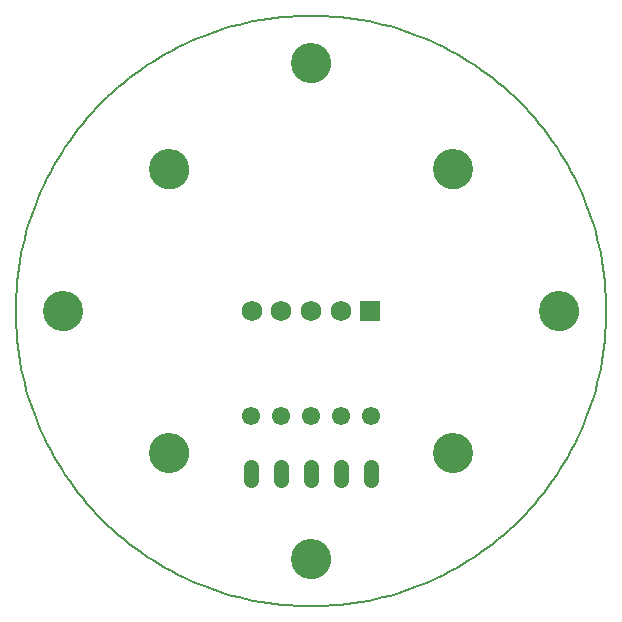
<source format=gbs>
G75*
%MOIN*%
%OFA0B0*%
%FSLAX25Y25*%
%IPPOS*%
%LPD*%
%AMOC8*
5,1,8,0,0,1.08239X$1,22.5*
%
%ADD10C,0.00600*%
%ADD11C,0.00000*%
%ADD12C,0.13398*%
%ADD13R,0.06800X0.06800*%
%ADD14C,0.06800*%
%ADD15C,0.05162*%
%ADD16C,0.06115*%
D10*
X0001300Y0099725D02*
X0001330Y0102140D01*
X0001419Y0104554D01*
X0001567Y0106966D01*
X0001774Y0109372D01*
X0002040Y0111773D01*
X0002365Y0114167D01*
X0002749Y0116552D01*
X0003191Y0118927D01*
X0003692Y0121290D01*
X0004250Y0123640D01*
X0004865Y0125976D01*
X0005538Y0128296D01*
X0006268Y0130599D01*
X0007054Y0132883D01*
X0007895Y0135148D01*
X0008792Y0137391D01*
X0009744Y0139611D01*
X0010750Y0141807D01*
X0011809Y0143978D01*
X0012922Y0146122D01*
X0014087Y0148239D01*
X0015303Y0150326D01*
X0016570Y0152382D01*
X0017888Y0154407D01*
X0019254Y0156399D01*
X0020669Y0158357D01*
X0022132Y0160279D01*
X0023641Y0162165D01*
X0025197Y0164014D01*
X0026797Y0165823D01*
X0028441Y0167593D01*
X0030128Y0169322D01*
X0031857Y0171009D01*
X0033627Y0172653D01*
X0035436Y0174253D01*
X0037285Y0175809D01*
X0039171Y0177318D01*
X0041093Y0178781D01*
X0043051Y0180196D01*
X0045043Y0181562D01*
X0047068Y0182880D01*
X0049124Y0184147D01*
X0051211Y0185363D01*
X0053328Y0186528D01*
X0055472Y0187641D01*
X0057643Y0188700D01*
X0059839Y0189706D01*
X0062059Y0190658D01*
X0064302Y0191555D01*
X0066567Y0192396D01*
X0068851Y0193182D01*
X0071154Y0193912D01*
X0073474Y0194585D01*
X0075810Y0195200D01*
X0078160Y0195758D01*
X0080523Y0196259D01*
X0082898Y0196701D01*
X0085283Y0197085D01*
X0087677Y0197410D01*
X0090078Y0197676D01*
X0092484Y0197883D01*
X0094896Y0198031D01*
X0097310Y0198120D01*
X0099725Y0198150D01*
X0102140Y0198120D01*
X0104554Y0198031D01*
X0106966Y0197883D01*
X0109372Y0197676D01*
X0111773Y0197410D01*
X0114167Y0197085D01*
X0116552Y0196701D01*
X0118927Y0196259D01*
X0121290Y0195758D01*
X0123640Y0195200D01*
X0125976Y0194585D01*
X0128296Y0193912D01*
X0130599Y0193182D01*
X0132883Y0192396D01*
X0135148Y0191555D01*
X0137391Y0190658D01*
X0139611Y0189706D01*
X0141807Y0188700D01*
X0143978Y0187641D01*
X0146122Y0186528D01*
X0148239Y0185363D01*
X0150326Y0184147D01*
X0152382Y0182880D01*
X0154407Y0181562D01*
X0156399Y0180196D01*
X0158357Y0178781D01*
X0160279Y0177318D01*
X0162165Y0175809D01*
X0164014Y0174253D01*
X0165823Y0172653D01*
X0167593Y0171009D01*
X0169322Y0169322D01*
X0171009Y0167593D01*
X0172653Y0165823D01*
X0174253Y0164014D01*
X0175809Y0162165D01*
X0177318Y0160279D01*
X0178781Y0158357D01*
X0180196Y0156399D01*
X0181562Y0154407D01*
X0182880Y0152382D01*
X0184147Y0150326D01*
X0185363Y0148239D01*
X0186528Y0146122D01*
X0187641Y0143978D01*
X0188700Y0141807D01*
X0189706Y0139611D01*
X0190658Y0137391D01*
X0191555Y0135148D01*
X0192396Y0132883D01*
X0193182Y0130599D01*
X0193912Y0128296D01*
X0194585Y0125976D01*
X0195200Y0123640D01*
X0195758Y0121290D01*
X0196259Y0118927D01*
X0196701Y0116552D01*
X0197085Y0114167D01*
X0197410Y0111773D01*
X0197676Y0109372D01*
X0197883Y0106966D01*
X0198031Y0104554D01*
X0198120Y0102140D01*
X0198150Y0099725D01*
X0198120Y0097310D01*
X0198031Y0094896D01*
X0197883Y0092484D01*
X0197676Y0090078D01*
X0197410Y0087677D01*
X0197085Y0085283D01*
X0196701Y0082898D01*
X0196259Y0080523D01*
X0195758Y0078160D01*
X0195200Y0075810D01*
X0194585Y0073474D01*
X0193912Y0071154D01*
X0193182Y0068851D01*
X0192396Y0066567D01*
X0191555Y0064302D01*
X0190658Y0062059D01*
X0189706Y0059839D01*
X0188700Y0057643D01*
X0187641Y0055472D01*
X0186528Y0053328D01*
X0185363Y0051211D01*
X0184147Y0049124D01*
X0182880Y0047068D01*
X0181562Y0045043D01*
X0180196Y0043051D01*
X0178781Y0041093D01*
X0177318Y0039171D01*
X0175809Y0037285D01*
X0174253Y0035436D01*
X0172653Y0033627D01*
X0171009Y0031857D01*
X0169322Y0030128D01*
X0167593Y0028441D01*
X0165823Y0026797D01*
X0164014Y0025197D01*
X0162165Y0023641D01*
X0160279Y0022132D01*
X0158357Y0020669D01*
X0156399Y0019254D01*
X0154407Y0017888D01*
X0152382Y0016570D01*
X0150326Y0015303D01*
X0148239Y0014087D01*
X0146122Y0012922D01*
X0143978Y0011809D01*
X0141807Y0010750D01*
X0139611Y0009744D01*
X0137391Y0008792D01*
X0135148Y0007895D01*
X0132883Y0007054D01*
X0130599Y0006268D01*
X0128296Y0005538D01*
X0125976Y0004865D01*
X0123640Y0004250D01*
X0121290Y0003692D01*
X0118927Y0003191D01*
X0116552Y0002749D01*
X0114167Y0002365D01*
X0111773Y0002040D01*
X0109372Y0001774D01*
X0106966Y0001567D01*
X0104554Y0001419D01*
X0102140Y0001330D01*
X0099725Y0001300D01*
X0097310Y0001330D01*
X0094896Y0001419D01*
X0092484Y0001567D01*
X0090078Y0001774D01*
X0087677Y0002040D01*
X0085283Y0002365D01*
X0082898Y0002749D01*
X0080523Y0003191D01*
X0078160Y0003692D01*
X0075810Y0004250D01*
X0073474Y0004865D01*
X0071154Y0005538D01*
X0068851Y0006268D01*
X0066567Y0007054D01*
X0064302Y0007895D01*
X0062059Y0008792D01*
X0059839Y0009744D01*
X0057643Y0010750D01*
X0055472Y0011809D01*
X0053328Y0012922D01*
X0051211Y0014087D01*
X0049124Y0015303D01*
X0047068Y0016570D01*
X0045043Y0017888D01*
X0043051Y0019254D01*
X0041093Y0020669D01*
X0039171Y0022132D01*
X0037285Y0023641D01*
X0035436Y0025197D01*
X0033627Y0026797D01*
X0031857Y0028441D01*
X0030128Y0030128D01*
X0028441Y0031857D01*
X0026797Y0033627D01*
X0025197Y0035436D01*
X0023641Y0037285D01*
X0022132Y0039171D01*
X0020669Y0041093D01*
X0019254Y0043051D01*
X0017888Y0045043D01*
X0016570Y0047068D01*
X0015303Y0049124D01*
X0014087Y0051211D01*
X0012922Y0053328D01*
X0011809Y0055472D01*
X0010750Y0057643D01*
X0009744Y0059839D01*
X0008792Y0062059D01*
X0007895Y0064302D01*
X0007054Y0066567D01*
X0006268Y0068851D01*
X0005538Y0071154D01*
X0004865Y0073474D01*
X0004250Y0075810D01*
X0003692Y0078160D01*
X0003191Y0080523D01*
X0002749Y0082898D01*
X0002365Y0085283D01*
X0002040Y0087677D01*
X0001774Y0090078D01*
X0001567Y0092484D01*
X0001419Y0094896D01*
X0001330Y0097310D01*
X0001300Y0099725D01*
D11*
X0010749Y0099725D02*
X0010751Y0099883D01*
X0010757Y0100041D01*
X0010767Y0100199D01*
X0010781Y0100357D01*
X0010799Y0100514D01*
X0010820Y0100671D01*
X0010846Y0100827D01*
X0010876Y0100983D01*
X0010909Y0101138D01*
X0010947Y0101291D01*
X0010988Y0101444D01*
X0011033Y0101596D01*
X0011082Y0101747D01*
X0011135Y0101896D01*
X0011191Y0102044D01*
X0011251Y0102190D01*
X0011315Y0102335D01*
X0011383Y0102478D01*
X0011454Y0102620D01*
X0011528Y0102760D01*
X0011606Y0102897D01*
X0011688Y0103033D01*
X0011772Y0103167D01*
X0011861Y0103298D01*
X0011952Y0103427D01*
X0012047Y0103554D01*
X0012144Y0103679D01*
X0012245Y0103801D01*
X0012349Y0103920D01*
X0012456Y0104037D01*
X0012566Y0104151D01*
X0012679Y0104262D01*
X0012794Y0104371D01*
X0012912Y0104476D01*
X0013033Y0104578D01*
X0013156Y0104678D01*
X0013282Y0104774D01*
X0013410Y0104867D01*
X0013540Y0104957D01*
X0013673Y0105043D01*
X0013808Y0105127D01*
X0013944Y0105206D01*
X0014083Y0105283D01*
X0014224Y0105355D01*
X0014366Y0105425D01*
X0014510Y0105490D01*
X0014656Y0105552D01*
X0014803Y0105610D01*
X0014952Y0105665D01*
X0015102Y0105716D01*
X0015253Y0105763D01*
X0015405Y0105806D01*
X0015558Y0105845D01*
X0015713Y0105881D01*
X0015868Y0105912D01*
X0016024Y0105940D01*
X0016180Y0105964D01*
X0016337Y0105984D01*
X0016495Y0106000D01*
X0016652Y0106012D01*
X0016811Y0106020D01*
X0016969Y0106024D01*
X0017127Y0106024D01*
X0017285Y0106020D01*
X0017444Y0106012D01*
X0017601Y0106000D01*
X0017759Y0105984D01*
X0017916Y0105964D01*
X0018072Y0105940D01*
X0018228Y0105912D01*
X0018383Y0105881D01*
X0018538Y0105845D01*
X0018691Y0105806D01*
X0018843Y0105763D01*
X0018994Y0105716D01*
X0019144Y0105665D01*
X0019293Y0105610D01*
X0019440Y0105552D01*
X0019586Y0105490D01*
X0019730Y0105425D01*
X0019872Y0105355D01*
X0020013Y0105283D01*
X0020152Y0105206D01*
X0020288Y0105127D01*
X0020423Y0105043D01*
X0020556Y0104957D01*
X0020686Y0104867D01*
X0020814Y0104774D01*
X0020940Y0104678D01*
X0021063Y0104578D01*
X0021184Y0104476D01*
X0021302Y0104371D01*
X0021417Y0104262D01*
X0021530Y0104151D01*
X0021640Y0104037D01*
X0021747Y0103920D01*
X0021851Y0103801D01*
X0021952Y0103679D01*
X0022049Y0103554D01*
X0022144Y0103427D01*
X0022235Y0103298D01*
X0022324Y0103167D01*
X0022408Y0103033D01*
X0022490Y0102897D01*
X0022568Y0102760D01*
X0022642Y0102620D01*
X0022713Y0102478D01*
X0022781Y0102335D01*
X0022845Y0102190D01*
X0022905Y0102044D01*
X0022961Y0101896D01*
X0023014Y0101747D01*
X0023063Y0101596D01*
X0023108Y0101444D01*
X0023149Y0101291D01*
X0023187Y0101138D01*
X0023220Y0100983D01*
X0023250Y0100827D01*
X0023276Y0100671D01*
X0023297Y0100514D01*
X0023315Y0100357D01*
X0023329Y0100199D01*
X0023339Y0100041D01*
X0023345Y0099883D01*
X0023347Y0099725D01*
X0023345Y0099567D01*
X0023339Y0099409D01*
X0023329Y0099251D01*
X0023315Y0099093D01*
X0023297Y0098936D01*
X0023276Y0098779D01*
X0023250Y0098623D01*
X0023220Y0098467D01*
X0023187Y0098312D01*
X0023149Y0098159D01*
X0023108Y0098006D01*
X0023063Y0097854D01*
X0023014Y0097703D01*
X0022961Y0097554D01*
X0022905Y0097406D01*
X0022845Y0097260D01*
X0022781Y0097115D01*
X0022713Y0096972D01*
X0022642Y0096830D01*
X0022568Y0096690D01*
X0022490Y0096553D01*
X0022408Y0096417D01*
X0022324Y0096283D01*
X0022235Y0096152D01*
X0022144Y0096023D01*
X0022049Y0095896D01*
X0021952Y0095771D01*
X0021851Y0095649D01*
X0021747Y0095530D01*
X0021640Y0095413D01*
X0021530Y0095299D01*
X0021417Y0095188D01*
X0021302Y0095079D01*
X0021184Y0094974D01*
X0021063Y0094872D01*
X0020940Y0094772D01*
X0020814Y0094676D01*
X0020686Y0094583D01*
X0020556Y0094493D01*
X0020423Y0094407D01*
X0020288Y0094323D01*
X0020152Y0094244D01*
X0020013Y0094167D01*
X0019872Y0094095D01*
X0019730Y0094025D01*
X0019586Y0093960D01*
X0019440Y0093898D01*
X0019293Y0093840D01*
X0019144Y0093785D01*
X0018994Y0093734D01*
X0018843Y0093687D01*
X0018691Y0093644D01*
X0018538Y0093605D01*
X0018383Y0093569D01*
X0018228Y0093538D01*
X0018072Y0093510D01*
X0017916Y0093486D01*
X0017759Y0093466D01*
X0017601Y0093450D01*
X0017444Y0093438D01*
X0017285Y0093430D01*
X0017127Y0093426D01*
X0016969Y0093426D01*
X0016811Y0093430D01*
X0016652Y0093438D01*
X0016495Y0093450D01*
X0016337Y0093466D01*
X0016180Y0093486D01*
X0016024Y0093510D01*
X0015868Y0093538D01*
X0015713Y0093569D01*
X0015558Y0093605D01*
X0015405Y0093644D01*
X0015253Y0093687D01*
X0015102Y0093734D01*
X0014952Y0093785D01*
X0014803Y0093840D01*
X0014656Y0093898D01*
X0014510Y0093960D01*
X0014366Y0094025D01*
X0014224Y0094095D01*
X0014083Y0094167D01*
X0013944Y0094244D01*
X0013808Y0094323D01*
X0013673Y0094407D01*
X0013540Y0094493D01*
X0013410Y0094583D01*
X0013282Y0094676D01*
X0013156Y0094772D01*
X0013033Y0094872D01*
X0012912Y0094974D01*
X0012794Y0095079D01*
X0012679Y0095188D01*
X0012566Y0095299D01*
X0012456Y0095413D01*
X0012349Y0095530D01*
X0012245Y0095649D01*
X0012144Y0095771D01*
X0012047Y0095896D01*
X0011952Y0096023D01*
X0011861Y0096152D01*
X0011772Y0096283D01*
X0011688Y0096417D01*
X0011606Y0096553D01*
X0011528Y0096690D01*
X0011454Y0096830D01*
X0011383Y0096972D01*
X0011315Y0097115D01*
X0011251Y0097260D01*
X0011191Y0097406D01*
X0011135Y0097554D01*
X0011082Y0097703D01*
X0011033Y0097854D01*
X0010988Y0098006D01*
X0010947Y0098159D01*
X0010909Y0098312D01*
X0010876Y0098467D01*
X0010846Y0098623D01*
X0010820Y0098779D01*
X0010799Y0098936D01*
X0010781Y0099093D01*
X0010767Y0099251D01*
X0010757Y0099409D01*
X0010751Y0099567D01*
X0010749Y0099725D01*
X0046182Y0052481D02*
X0046184Y0052639D01*
X0046190Y0052797D01*
X0046200Y0052955D01*
X0046214Y0053113D01*
X0046232Y0053270D01*
X0046253Y0053427D01*
X0046279Y0053583D01*
X0046309Y0053739D01*
X0046342Y0053894D01*
X0046380Y0054047D01*
X0046421Y0054200D01*
X0046466Y0054352D01*
X0046515Y0054503D01*
X0046568Y0054652D01*
X0046624Y0054800D01*
X0046684Y0054946D01*
X0046748Y0055091D01*
X0046816Y0055234D01*
X0046887Y0055376D01*
X0046961Y0055516D01*
X0047039Y0055653D01*
X0047121Y0055789D01*
X0047205Y0055923D01*
X0047294Y0056054D01*
X0047385Y0056183D01*
X0047480Y0056310D01*
X0047577Y0056435D01*
X0047678Y0056557D01*
X0047782Y0056676D01*
X0047889Y0056793D01*
X0047999Y0056907D01*
X0048112Y0057018D01*
X0048227Y0057127D01*
X0048345Y0057232D01*
X0048466Y0057334D01*
X0048589Y0057434D01*
X0048715Y0057530D01*
X0048843Y0057623D01*
X0048973Y0057713D01*
X0049106Y0057799D01*
X0049241Y0057883D01*
X0049377Y0057962D01*
X0049516Y0058039D01*
X0049657Y0058111D01*
X0049799Y0058181D01*
X0049943Y0058246D01*
X0050089Y0058308D01*
X0050236Y0058366D01*
X0050385Y0058421D01*
X0050535Y0058472D01*
X0050686Y0058519D01*
X0050838Y0058562D01*
X0050991Y0058601D01*
X0051146Y0058637D01*
X0051301Y0058668D01*
X0051457Y0058696D01*
X0051613Y0058720D01*
X0051770Y0058740D01*
X0051928Y0058756D01*
X0052085Y0058768D01*
X0052244Y0058776D01*
X0052402Y0058780D01*
X0052560Y0058780D01*
X0052718Y0058776D01*
X0052877Y0058768D01*
X0053034Y0058756D01*
X0053192Y0058740D01*
X0053349Y0058720D01*
X0053505Y0058696D01*
X0053661Y0058668D01*
X0053816Y0058637D01*
X0053971Y0058601D01*
X0054124Y0058562D01*
X0054276Y0058519D01*
X0054427Y0058472D01*
X0054577Y0058421D01*
X0054726Y0058366D01*
X0054873Y0058308D01*
X0055019Y0058246D01*
X0055163Y0058181D01*
X0055305Y0058111D01*
X0055446Y0058039D01*
X0055585Y0057962D01*
X0055721Y0057883D01*
X0055856Y0057799D01*
X0055989Y0057713D01*
X0056119Y0057623D01*
X0056247Y0057530D01*
X0056373Y0057434D01*
X0056496Y0057334D01*
X0056617Y0057232D01*
X0056735Y0057127D01*
X0056850Y0057018D01*
X0056963Y0056907D01*
X0057073Y0056793D01*
X0057180Y0056676D01*
X0057284Y0056557D01*
X0057385Y0056435D01*
X0057482Y0056310D01*
X0057577Y0056183D01*
X0057668Y0056054D01*
X0057757Y0055923D01*
X0057841Y0055789D01*
X0057923Y0055653D01*
X0058001Y0055516D01*
X0058075Y0055376D01*
X0058146Y0055234D01*
X0058214Y0055091D01*
X0058278Y0054946D01*
X0058338Y0054800D01*
X0058394Y0054652D01*
X0058447Y0054503D01*
X0058496Y0054352D01*
X0058541Y0054200D01*
X0058582Y0054047D01*
X0058620Y0053894D01*
X0058653Y0053739D01*
X0058683Y0053583D01*
X0058709Y0053427D01*
X0058730Y0053270D01*
X0058748Y0053113D01*
X0058762Y0052955D01*
X0058772Y0052797D01*
X0058778Y0052639D01*
X0058780Y0052481D01*
X0058778Y0052323D01*
X0058772Y0052165D01*
X0058762Y0052007D01*
X0058748Y0051849D01*
X0058730Y0051692D01*
X0058709Y0051535D01*
X0058683Y0051379D01*
X0058653Y0051223D01*
X0058620Y0051068D01*
X0058582Y0050915D01*
X0058541Y0050762D01*
X0058496Y0050610D01*
X0058447Y0050459D01*
X0058394Y0050310D01*
X0058338Y0050162D01*
X0058278Y0050016D01*
X0058214Y0049871D01*
X0058146Y0049728D01*
X0058075Y0049586D01*
X0058001Y0049446D01*
X0057923Y0049309D01*
X0057841Y0049173D01*
X0057757Y0049039D01*
X0057668Y0048908D01*
X0057577Y0048779D01*
X0057482Y0048652D01*
X0057385Y0048527D01*
X0057284Y0048405D01*
X0057180Y0048286D01*
X0057073Y0048169D01*
X0056963Y0048055D01*
X0056850Y0047944D01*
X0056735Y0047835D01*
X0056617Y0047730D01*
X0056496Y0047628D01*
X0056373Y0047528D01*
X0056247Y0047432D01*
X0056119Y0047339D01*
X0055989Y0047249D01*
X0055856Y0047163D01*
X0055721Y0047079D01*
X0055585Y0047000D01*
X0055446Y0046923D01*
X0055305Y0046851D01*
X0055163Y0046781D01*
X0055019Y0046716D01*
X0054873Y0046654D01*
X0054726Y0046596D01*
X0054577Y0046541D01*
X0054427Y0046490D01*
X0054276Y0046443D01*
X0054124Y0046400D01*
X0053971Y0046361D01*
X0053816Y0046325D01*
X0053661Y0046294D01*
X0053505Y0046266D01*
X0053349Y0046242D01*
X0053192Y0046222D01*
X0053034Y0046206D01*
X0052877Y0046194D01*
X0052718Y0046186D01*
X0052560Y0046182D01*
X0052402Y0046182D01*
X0052244Y0046186D01*
X0052085Y0046194D01*
X0051928Y0046206D01*
X0051770Y0046222D01*
X0051613Y0046242D01*
X0051457Y0046266D01*
X0051301Y0046294D01*
X0051146Y0046325D01*
X0050991Y0046361D01*
X0050838Y0046400D01*
X0050686Y0046443D01*
X0050535Y0046490D01*
X0050385Y0046541D01*
X0050236Y0046596D01*
X0050089Y0046654D01*
X0049943Y0046716D01*
X0049799Y0046781D01*
X0049657Y0046851D01*
X0049516Y0046923D01*
X0049377Y0047000D01*
X0049241Y0047079D01*
X0049106Y0047163D01*
X0048973Y0047249D01*
X0048843Y0047339D01*
X0048715Y0047432D01*
X0048589Y0047528D01*
X0048466Y0047628D01*
X0048345Y0047730D01*
X0048227Y0047835D01*
X0048112Y0047944D01*
X0047999Y0048055D01*
X0047889Y0048169D01*
X0047782Y0048286D01*
X0047678Y0048405D01*
X0047577Y0048527D01*
X0047480Y0048652D01*
X0047385Y0048779D01*
X0047294Y0048908D01*
X0047205Y0049039D01*
X0047121Y0049173D01*
X0047039Y0049309D01*
X0046961Y0049446D01*
X0046887Y0049586D01*
X0046816Y0049728D01*
X0046748Y0049871D01*
X0046684Y0050016D01*
X0046624Y0050162D01*
X0046568Y0050310D01*
X0046515Y0050459D01*
X0046466Y0050610D01*
X0046421Y0050762D01*
X0046380Y0050915D01*
X0046342Y0051068D01*
X0046309Y0051223D01*
X0046279Y0051379D01*
X0046253Y0051535D01*
X0046232Y0051692D01*
X0046214Y0051849D01*
X0046200Y0052007D01*
X0046190Y0052165D01*
X0046184Y0052323D01*
X0046182Y0052481D01*
X0093426Y0017048D02*
X0093428Y0017206D01*
X0093434Y0017364D01*
X0093444Y0017522D01*
X0093458Y0017680D01*
X0093476Y0017837D01*
X0093497Y0017994D01*
X0093523Y0018150D01*
X0093553Y0018306D01*
X0093586Y0018461D01*
X0093624Y0018614D01*
X0093665Y0018767D01*
X0093710Y0018919D01*
X0093759Y0019070D01*
X0093812Y0019219D01*
X0093868Y0019367D01*
X0093928Y0019513D01*
X0093992Y0019658D01*
X0094060Y0019801D01*
X0094131Y0019943D01*
X0094205Y0020083D01*
X0094283Y0020220D01*
X0094365Y0020356D01*
X0094449Y0020490D01*
X0094538Y0020621D01*
X0094629Y0020750D01*
X0094724Y0020877D01*
X0094821Y0021002D01*
X0094922Y0021124D01*
X0095026Y0021243D01*
X0095133Y0021360D01*
X0095243Y0021474D01*
X0095356Y0021585D01*
X0095471Y0021694D01*
X0095589Y0021799D01*
X0095710Y0021901D01*
X0095833Y0022001D01*
X0095959Y0022097D01*
X0096087Y0022190D01*
X0096217Y0022280D01*
X0096350Y0022366D01*
X0096485Y0022450D01*
X0096621Y0022529D01*
X0096760Y0022606D01*
X0096901Y0022678D01*
X0097043Y0022748D01*
X0097187Y0022813D01*
X0097333Y0022875D01*
X0097480Y0022933D01*
X0097629Y0022988D01*
X0097779Y0023039D01*
X0097930Y0023086D01*
X0098082Y0023129D01*
X0098235Y0023168D01*
X0098390Y0023204D01*
X0098545Y0023235D01*
X0098701Y0023263D01*
X0098857Y0023287D01*
X0099014Y0023307D01*
X0099172Y0023323D01*
X0099329Y0023335D01*
X0099488Y0023343D01*
X0099646Y0023347D01*
X0099804Y0023347D01*
X0099962Y0023343D01*
X0100121Y0023335D01*
X0100278Y0023323D01*
X0100436Y0023307D01*
X0100593Y0023287D01*
X0100749Y0023263D01*
X0100905Y0023235D01*
X0101060Y0023204D01*
X0101215Y0023168D01*
X0101368Y0023129D01*
X0101520Y0023086D01*
X0101671Y0023039D01*
X0101821Y0022988D01*
X0101970Y0022933D01*
X0102117Y0022875D01*
X0102263Y0022813D01*
X0102407Y0022748D01*
X0102549Y0022678D01*
X0102690Y0022606D01*
X0102829Y0022529D01*
X0102965Y0022450D01*
X0103100Y0022366D01*
X0103233Y0022280D01*
X0103363Y0022190D01*
X0103491Y0022097D01*
X0103617Y0022001D01*
X0103740Y0021901D01*
X0103861Y0021799D01*
X0103979Y0021694D01*
X0104094Y0021585D01*
X0104207Y0021474D01*
X0104317Y0021360D01*
X0104424Y0021243D01*
X0104528Y0021124D01*
X0104629Y0021002D01*
X0104726Y0020877D01*
X0104821Y0020750D01*
X0104912Y0020621D01*
X0105001Y0020490D01*
X0105085Y0020356D01*
X0105167Y0020220D01*
X0105245Y0020083D01*
X0105319Y0019943D01*
X0105390Y0019801D01*
X0105458Y0019658D01*
X0105522Y0019513D01*
X0105582Y0019367D01*
X0105638Y0019219D01*
X0105691Y0019070D01*
X0105740Y0018919D01*
X0105785Y0018767D01*
X0105826Y0018614D01*
X0105864Y0018461D01*
X0105897Y0018306D01*
X0105927Y0018150D01*
X0105953Y0017994D01*
X0105974Y0017837D01*
X0105992Y0017680D01*
X0106006Y0017522D01*
X0106016Y0017364D01*
X0106022Y0017206D01*
X0106024Y0017048D01*
X0106022Y0016890D01*
X0106016Y0016732D01*
X0106006Y0016574D01*
X0105992Y0016416D01*
X0105974Y0016259D01*
X0105953Y0016102D01*
X0105927Y0015946D01*
X0105897Y0015790D01*
X0105864Y0015635D01*
X0105826Y0015482D01*
X0105785Y0015329D01*
X0105740Y0015177D01*
X0105691Y0015026D01*
X0105638Y0014877D01*
X0105582Y0014729D01*
X0105522Y0014583D01*
X0105458Y0014438D01*
X0105390Y0014295D01*
X0105319Y0014153D01*
X0105245Y0014013D01*
X0105167Y0013876D01*
X0105085Y0013740D01*
X0105001Y0013606D01*
X0104912Y0013475D01*
X0104821Y0013346D01*
X0104726Y0013219D01*
X0104629Y0013094D01*
X0104528Y0012972D01*
X0104424Y0012853D01*
X0104317Y0012736D01*
X0104207Y0012622D01*
X0104094Y0012511D01*
X0103979Y0012402D01*
X0103861Y0012297D01*
X0103740Y0012195D01*
X0103617Y0012095D01*
X0103491Y0011999D01*
X0103363Y0011906D01*
X0103233Y0011816D01*
X0103100Y0011730D01*
X0102965Y0011646D01*
X0102829Y0011567D01*
X0102690Y0011490D01*
X0102549Y0011418D01*
X0102407Y0011348D01*
X0102263Y0011283D01*
X0102117Y0011221D01*
X0101970Y0011163D01*
X0101821Y0011108D01*
X0101671Y0011057D01*
X0101520Y0011010D01*
X0101368Y0010967D01*
X0101215Y0010928D01*
X0101060Y0010892D01*
X0100905Y0010861D01*
X0100749Y0010833D01*
X0100593Y0010809D01*
X0100436Y0010789D01*
X0100278Y0010773D01*
X0100121Y0010761D01*
X0099962Y0010753D01*
X0099804Y0010749D01*
X0099646Y0010749D01*
X0099488Y0010753D01*
X0099329Y0010761D01*
X0099172Y0010773D01*
X0099014Y0010789D01*
X0098857Y0010809D01*
X0098701Y0010833D01*
X0098545Y0010861D01*
X0098390Y0010892D01*
X0098235Y0010928D01*
X0098082Y0010967D01*
X0097930Y0011010D01*
X0097779Y0011057D01*
X0097629Y0011108D01*
X0097480Y0011163D01*
X0097333Y0011221D01*
X0097187Y0011283D01*
X0097043Y0011348D01*
X0096901Y0011418D01*
X0096760Y0011490D01*
X0096621Y0011567D01*
X0096485Y0011646D01*
X0096350Y0011730D01*
X0096217Y0011816D01*
X0096087Y0011906D01*
X0095959Y0011999D01*
X0095833Y0012095D01*
X0095710Y0012195D01*
X0095589Y0012297D01*
X0095471Y0012402D01*
X0095356Y0012511D01*
X0095243Y0012622D01*
X0095133Y0012736D01*
X0095026Y0012853D01*
X0094922Y0012972D01*
X0094821Y0013094D01*
X0094724Y0013219D01*
X0094629Y0013346D01*
X0094538Y0013475D01*
X0094449Y0013606D01*
X0094365Y0013740D01*
X0094283Y0013876D01*
X0094205Y0014013D01*
X0094131Y0014153D01*
X0094060Y0014295D01*
X0093992Y0014438D01*
X0093928Y0014583D01*
X0093868Y0014729D01*
X0093812Y0014877D01*
X0093759Y0015026D01*
X0093710Y0015177D01*
X0093665Y0015329D01*
X0093624Y0015482D01*
X0093586Y0015635D01*
X0093553Y0015790D01*
X0093523Y0015946D01*
X0093497Y0016102D01*
X0093476Y0016259D01*
X0093458Y0016416D01*
X0093444Y0016574D01*
X0093434Y0016732D01*
X0093428Y0016890D01*
X0093426Y0017048D01*
X0140670Y0052481D02*
X0140672Y0052639D01*
X0140678Y0052797D01*
X0140688Y0052955D01*
X0140702Y0053113D01*
X0140720Y0053270D01*
X0140741Y0053427D01*
X0140767Y0053583D01*
X0140797Y0053739D01*
X0140830Y0053894D01*
X0140868Y0054047D01*
X0140909Y0054200D01*
X0140954Y0054352D01*
X0141003Y0054503D01*
X0141056Y0054652D01*
X0141112Y0054800D01*
X0141172Y0054946D01*
X0141236Y0055091D01*
X0141304Y0055234D01*
X0141375Y0055376D01*
X0141449Y0055516D01*
X0141527Y0055653D01*
X0141609Y0055789D01*
X0141693Y0055923D01*
X0141782Y0056054D01*
X0141873Y0056183D01*
X0141968Y0056310D01*
X0142065Y0056435D01*
X0142166Y0056557D01*
X0142270Y0056676D01*
X0142377Y0056793D01*
X0142487Y0056907D01*
X0142600Y0057018D01*
X0142715Y0057127D01*
X0142833Y0057232D01*
X0142954Y0057334D01*
X0143077Y0057434D01*
X0143203Y0057530D01*
X0143331Y0057623D01*
X0143461Y0057713D01*
X0143594Y0057799D01*
X0143729Y0057883D01*
X0143865Y0057962D01*
X0144004Y0058039D01*
X0144145Y0058111D01*
X0144287Y0058181D01*
X0144431Y0058246D01*
X0144577Y0058308D01*
X0144724Y0058366D01*
X0144873Y0058421D01*
X0145023Y0058472D01*
X0145174Y0058519D01*
X0145326Y0058562D01*
X0145479Y0058601D01*
X0145634Y0058637D01*
X0145789Y0058668D01*
X0145945Y0058696D01*
X0146101Y0058720D01*
X0146258Y0058740D01*
X0146416Y0058756D01*
X0146573Y0058768D01*
X0146732Y0058776D01*
X0146890Y0058780D01*
X0147048Y0058780D01*
X0147206Y0058776D01*
X0147365Y0058768D01*
X0147522Y0058756D01*
X0147680Y0058740D01*
X0147837Y0058720D01*
X0147993Y0058696D01*
X0148149Y0058668D01*
X0148304Y0058637D01*
X0148459Y0058601D01*
X0148612Y0058562D01*
X0148764Y0058519D01*
X0148915Y0058472D01*
X0149065Y0058421D01*
X0149214Y0058366D01*
X0149361Y0058308D01*
X0149507Y0058246D01*
X0149651Y0058181D01*
X0149793Y0058111D01*
X0149934Y0058039D01*
X0150073Y0057962D01*
X0150209Y0057883D01*
X0150344Y0057799D01*
X0150477Y0057713D01*
X0150607Y0057623D01*
X0150735Y0057530D01*
X0150861Y0057434D01*
X0150984Y0057334D01*
X0151105Y0057232D01*
X0151223Y0057127D01*
X0151338Y0057018D01*
X0151451Y0056907D01*
X0151561Y0056793D01*
X0151668Y0056676D01*
X0151772Y0056557D01*
X0151873Y0056435D01*
X0151970Y0056310D01*
X0152065Y0056183D01*
X0152156Y0056054D01*
X0152245Y0055923D01*
X0152329Y0055789D01*
X0152411Y0055653D01*
X0152489Y0055516D01*
X0152563Y0055376D01*
X0152634Y0055234D01*
X0152702Y0055091D01*
X0152766Y0054946D01*
X0152826Y0054800D01*
X0152882Y0054652D01*
X0152935Y0054503D01*
X0152984Y0054352D01*
X0153029Y0054200D01*
X0153070Y0054047D01*
X0153108Y0053894D01*
X0153141Y0053739D01*
X0153171Y0053583D01*
X0153197Y0053427D01*
X0153218Y0053270D01*
X0153236Y0053113D01*
X0153250Y0052955D01*
X0153260Y0052797D01*
X0153266Y0052639D01*
X0153268Y0052481D01*
X0153266Y0052323D01*
X0153260Y0052165D01*
X0153250Y0052007D01*
X0153236Y0051849D01*
X0153218Y0051692D01*
X0153197Y0051535D01*
X0153171Y0051379D01*
X0153141Y0051223D01*
X0153108Y0051068D01*
X0153070Y0050915D01*
X0153029Y0050762D01*
X0152984Y0050610D01*
X0152935Y0050459D01*
X0152882Y0050310D01*
X0152826Y0050162D01*
X0152766Y0050016D01*
X0152702Y0049871D01*
X0152634Y0049728D01*
X0152563Y0049586D01*
X0152489Y0049446D01*
X0152411Y0049309D01*
X0152329Y0049173D01*
X0152245Y0049039D01*
X0152156Y0048908D01*
X0152065Y0048779D01*
X0151970Y0048652D01*
X0151873Y0048527D01*
X0151772Y0048405D01*
X0151668Y0048286D01*
X0151561Y0048169D01*
X0151451Y0048055D01*
X0151338Y0047944D01*
X0151223Y0047835D01*
X0151105Y0047730D01*
X0150984Y0047628D01*
X0150861Y0047528D01*
X0150735Y0047432D01*
X0150607Y0047339D01*
X0150477Y0047249D01*
X0150344Y0047163D01*
X0150209Y0047079D01*
X0150073Y0047000D01*
X0149934Y0046923D01*
X0149793Y0046851D01*
X0149651Y0046781D01*
X0149507Y0046716D01*
X0149361Y0046654D01*
X0149214Y0046596D01*
X0149065Y0046541D01*
X0148915Y0046490D01*
X0148764Y0046443D01*
X0148612Y0046400D01*
X0148459Y0046361D01*
X0148304Y0046325D01*
X0148149Y0046294D01*
X0147993Y0046266D01*
X0147837Y0046242D01*
X0147680Y0046222D01*
X0147522Y0046206D01*
X0147365Y0046194D01*
X0147206Y0046186D01*
X0147048Y0046182D01*
X0146890Y0046182D01*
X0146732Y0046186D01*
X0146573Y0046194D01*
X0146416Y0046206D01*
X0146258Y0046222D01*
X0146101Y0046242D01*
X0145945Y0046266D01*
X0145789Y0046294D01*
X0145634Y0046325D01*
X0145479Y0046361D01*
X0145326Y0046400D01*
X0145174Y0046443D01*
X0145023Y0046490D01*
X0144873Y0046541D01*
X0144724Y0046596D01*
X0144577Y0046654D01*
X0144431Y0046716D01*
X0144287Y0046781D01*
X0144145Y0046851D01*
X0144004Y0046923D01*
X0143865Y0047000D01*
X0143729Y0047079D01*
X0143594Y0047163D01*
X0143461Y0047249D01*
X0143331Y0047339D01*
X0143203Y0047432D01*
X0143077Y0047528D01*
X0142954Y0047628D01*
X0142833Y0047730D01*
X0142715Y0047835D01*
X0142600Y0047944D01*
X0142487Y0048055D01*
X0142377Y0048169D01*
X0142270Y0048286D01*
X0142166Y0048405D01*
X0142065Y0048527D01*
X0141968Y0048652D01*
X0141873Y0048779D01*
X0141782Y0048908D01*
X0141693Y0049039D01*
X0141609Y0049173D01*
X0141527Y0049309D01*
X0141449Y0049446D01*
X0141375Y0049586D01*
X0141304Y0049728D01*
X0141236Y0049871D01*
X0141172Y0050016D01*
X0141112Y0050162D01*
X0141056Y0050310D01*
X0141003Y0050459D01*
X0140954Y0050610D01*
X0140909Y0050762D01*
X0140868Y0050915D01*
X0140830Y0051068D01*
X0140797Y0051223D01*
X0140767Y0051379D01*
X0140741Y0051535D01*
X0140720Y0051692D01*
X0140702Y0051849D01*
X0140688Y0052007D01*
X0140678Y0052165D01*
X0140672Y0052323D01*
X0140670Y0052481D01*
X0176103Y0099725D02*
X0176105Y0099883D01*
X0176111Y0100041D01*
X0176121Y0100199D01*
X0176135Y0100357D01*
X0176153Y0100514D01*
X0176174Y0100671D01*
X0176200Y0100827D01*
X0176230Y0100983D01*
X0176263Y0101138D01*
X0176301Y0101291D01*
X0176342Y0101444D01*
X0176387Y0101596D01*
X0176436Y0101747D01*
X0176489Y0101896D01*
X0176545Y0102044D01*
X0176605Y0102190D01*
X0176669Y0102335D01*
X0176737Y0102478D01*
X0176808Y0102620D01*
X0176882Y0102760D01*
X0176960Y0102897D01*
X0177042Y0103033D01*
X0177126Y0103167D01*
X0177215Y0103298D01*
X0177306Y0103427D01*
X0177401Y0103554D01*
X0177498Y0103679D01*
X0177599Y0103801D01*
X0177703Y0103920D01*
X0177810Y0104037D01*
X0177920Y0104151D01*
X0178033Y0104262D01*
X0178148Y0104371D01*
X0178266Y0104476D01*
X0178387Y0104578D01*
X0178510Y0104678D01*
X0178636Y0104774D01*
X0178764Y0104867D01*
X0178894Y0104957D01*
X0179027Y0105043D01*
X0179162Y0105127D01*
X0179298Y0105206D01*
X0179437Y0105283D01*
X0179578Y0105355D01*
X0179720Y0105425D01*
X0179864Y0105490D01*
X0180010Y0105552D01*
X0180157Y0105610D01*
X0180306Y0105665D01*
X0180456Y0105716D01*
X0180607Y0105763D01*
X0180759Y0105806D01*
X0180912Y0105845D01*
X0181067Y0105881D01*
X0181222Y0105912D01*
X0181378Y0105940D01*
X0181534Y0105964D01*
X0181691Y0105984D01*
X0181849Y0106000D01*
X0182006Y0106012D01*
X0182165Y0106020D01*
X0182323Y0106024D01*
X0182481Y0106024D01*
X0182639Y0106020D01*
X0182798Y0106012D01*
X0182955Y0106000D01*
X0183113Y0105984D01*
X0183270Y0105964D01*
X0183426Y0105940D01*
X0183582Y0105912D01*
X0183737Y0105881D01*
X0183892Y0105845D01*
X0184045Y0105806D01*
X0184197Y0105763D01*
X0184348Y0105716D01*
X0184498Y0105665D01*
X0184647Y0105610D01*
X0184794Y0105552D01*
X0184940Y0105490D01*
X0185084Y0105425D01*
X0185226Y0105355D01*
X0185367Y0105283D01*
X0185506Y0105206D01*
X0185642Y0105127D01*
X0185777Y0105043D01*
X0185910Y0104957D01*
X0186040Y0104867D01*
X0186168Y0104774D01*
X0186294Y0104678D01*
X0186417Y0104578D01*
X0186538Y0104476D01*
X0186656Y0104371D01*
X0186771Y0104262D01*
X0186884Y0104151D01*
X0186994Y0104037D01*
X0187101Y0103920D01*
X0187205Y0103801D01*
X0187306Y0103679D01*
X0187403Y0103554D01*
X0187498Y0103427D01*
X0187589Y0103298D01*
X0187678Y0103167D01*
X0187762Y0103033D01*
X0187844Y0102897D01*
X0187922Y0102760D01*
X0187996Y0102620D01*
X0188067Y0102478D01*
X0188135Y0102335D01*
X0188199Y0102190D01*
X0188259Y0102044D01*
X0188315Y0101896D01*
X0188368Y0101747D01*
X0188417Y0101596D01*
X0188462Y0101444D01*
X0188503Y0101291D01*
X0188541Y0101138D01*
X0188574Y0100983D01*
X0188604Y0100827D01*
X0188630Y0100671D01*
X0188651Y0100514D01*
X0188669Y0100357D01*
X0188683Y0100199D01*
X0188693Y0100041D01*
X0188699Y0099883D01*
X0188701Y0099725D01*
X0188699Y0099567D01*
X0188693Y0099409D01*
X0188683Y0099251D01*
X0188669Y0099093D01*
X0188651Y0098936D01*
X0188630Y0098779D01*
X0188604Y0098623D01*
X0188574Y0098467D01*
X0188541Y0098312D01*
X0188503Y0098159D01*
X0188462Y0098006D01*
X0188417Y0097854D01*
X0188368Y0097703D01*
X0188315Y0097554D01*
X0188259Y0097406D01*
X0188199Y0097260D01*
X0188135Y0097115D01*
X0188067Y0096972D01*
X0187996Y0096830D01*
X0187922Y0096690D01*
X0187844Y0096553D01*
X0187762Y0096417D01*
X0187678Y0096283D01*
X0187589Y0096152D01*
X0187498Y0096023D01*
X0187403Y0095896D01*
X0187306Y0095771D01*
X0187205Y0095649D01*
X0187101Y0095530D01*
X0186994Y0095413D01*
X0186884Y0095299D01*
X0186771Y0095188D01*
X0186656Y0095079D01*
X0186538Y0094974D01*
X0186417Y0094872D01*
X0186294Y0094772D01*
X0186168Y0094676D01*
X0186040Y0094583D01*
X0185910Y0094493D01*
X0185777Y0094407D01*
X0185642Y0094323D01*
X0185506Y0094244D01*
X0185367Y0094167D01*
X0185226Y0094095D01*
X0185084Y0094025D01*
X0184940Y0093960D01*
X0184794Y0093898D01*
X0184647Y0093840D01*
X0184498Y0093785D01*
X0184348Y0093734D01*
X0184197Y0093687D01*
X0184045Y0093644D01*
X0183892Y0093605D01*
X0183737Y0093569D01*
X0183582Y0093538D01*
X0183426Y0093510D01*
X0183270Y0093486D01*
X0183113Y0093466D01*
X0182955Y0093450D01*
X0182798Y0093438D01*
X0182639Y0093430D01*
X0182481Y0093426D01*
X0182323Y0093426D01*
X0182165Y0093430D01*
X0182006Y0093438D01*
X0181849Y0093450D01*
X0181691Y0093466D01*
X0181534Y0093486D01*
X0181378Y0093510D01*
X0181222Y0093538D01*
X0181067Y0093569D01*
X0180912Y0093605D01*
X0180759Y0093644D01*
X0180607Y0093687D01*
X0180456Y0093734D01*
X0180306Y0093785D01*
X0180157Y0093840D01*
X0180010Y0093898D01*
X0179864Y0093960D01*
X0179720Y0094025D01*
X0179578Y0094095D01*
X0179437Y0094167D01*
X0179298Y0094244D01*
X0179162Y0094323D01*
X0179027Y0094407D01*
X0178894Y0094493D01*
X0178764Y0094583D01*
X0178636Y0094676D01*
X0178510Y0094772D01*
X0178387Y0094872D01*
X0178266Y0094974D01*
X0178148Y0095079D01*
X0178033Y0095188D01*
X0177920Y0095299D01*
X0177810Y0095413D01*
X0177703Y0095530D01*
X0177599Y0095649D01*
X0177498Y0095771D01*
X0177401Y0095896D01*
X0177306Y0096023D01*
X0177215Y0096152D01*
X0177126Y0096283D01*
X0177042Y0096417D01*
X0176960Y0096553D01*
X0176882Y0096690D01*
X0176808Y0096830D01*
X0176737Y0096972D01*
X0176669Y0097115D01*
X0176605Y0097260D01*
X0176545Y0097406D01*
X0176489Y0097554D01*
X0176436Y0097703D01*
X0176387Y0097854D01*
X0176342Y0098006D01*
X0176301Y0098159D01*
X0176263Y0098312D01*
X0176230Y0098467D01*
X0176200Y0098623D01*
X0176174Y0098779D01*
X0176153Y0098936D01*
X0176135Y0099093D01*
X0176121Y0099251D01*
X0176111Y0099409D01*
X0176105Y0099567D01*
X0176103Y0099725D01*
X0140670Y0146969D02*
X0140672Y0147127D01*
X0140678Y0147285D01*
X0140688Y0147443D01*
X0140702Y0147601D01*
X0140720Y0147758D01*
X0140741Y0147915D01*
X0140767Y0148071D01*
X0140797Y0148227D01*
X0140830Y0148382D01*
X0140868Y0148535D01*
X0140909Y0148688D01*
X0140954Y0148840D01*
X0141003Y0148991D01*
X0141056Y0149140D01*
X0141112Y0149288D01*
X0141172Y0149434D01*
X0141236Y0149579D01*
X0141304Y0149722D01*
X0141375Y0149864D01*
X0141449Y0150004D01*
X0141527Y0150141D01*
X0141609Y0150277D01*
X0141693Y0150411D01*
X0141782Y0150542D01*
X0141873Y0150671D01*
X0141968Y0150798D01*
X0142065Y0150923D01*
X0142166Y0151045D01*
X0142270Y0151164D01*
X0142377Y0151281D01*
X0142487Y0151395D01*
X0142600Y0151506D01*
X0142715Y0151615D01*
X0142833Y0151720D01*
X0142954Y0151822D01*
X0143077Y0151922D01*
X0143203Y0152018D01*
X0143331Y0152111D01*
X0143461Y0152201D01*
X0143594Y0152287D01*
X0143729Y0152371D01*
X0143865Y0152450D01*
X0144004Y0152527D01*
X0144145Y0152599D01*
X0144287Y0152669D01*
X0144431Y0152734D01*
X0144577Y0152796D01*
X0144724Y0152854D01*
X0144873Y0152909D01*
X0145023Y0152960D01*
X0145174Y0153007D01*
X0145326Y0153050D01*
X0145479Y0153089D01*
X0145634Y0153125D01*
X0145789Y0153156D01*
X0145945Y0153184D01*
X0146101Y0153208D01*
X0146258Y0153228D01*
X0146416Y0153244D01*
X0146573Y0153256D01*
X0146732Y0153264D01*
X0146890Y0153268D01*
X0147048Y0153268D01*
X0147206Y0153264D01*
X0147365Y0153256D01*
X0147522Y0153244D01*
X0147680Y0153228D01*
X0147837Y0153208D01*
X0147993Y0153184D01*
X0148149Y0153156D01*
X0148304Y0153125D01*
X0148459Y0153089D01*
X0148612Y0153050D01*
X0148764Y0153007D01*
X0148915Y0152960D01*
X0149065Y0152909D01*
X0149214Y0152854D01*
X0149361Y0152796D01*
X0149507Y0152734D01*
X0149651Y0152669D01*
X0149793Y0152599D01*
X0149934Y0152527D01*
X0150073Y0152450D01*
X0150209Y0152371D01*
X0150344Y0152287D01*
X0150477Y0152201D01*
X0150607Y0152111D01*
X0150735Y0152018D01*
X0150861Y0151922D01*
X0150984Y0151822D01*
X0151105Y0151720D01*
X0151223Y0151615D01*
X0151338Y0151506D01*
X0151451Y0151395D01*
X0151561Y0151281D01*
X0151668Y0151164D01*
X0151772Y0151045D01*
X0151873Y0150923D01*
X0151970Y0150798D01*
X0152065Y0150671D01*
X0152156Y0150542D01*
X0152245Y0150411D01*
X0152329Y0150277D01*
X0152411Y0150141D01*
X0152489Y0150004D01*
X0152563Y0149864D01*
X0152634Y0149722D01*
X0152702Y0149579D01*
X0152766Y0149434D01*
X0152826Y0149288D01*
X0152882Y0149140D01*
X0152935Y0148991D01*
X0152984Y0148840D01*
X0153029Y0148688D01*
X0153070Y0148535D01*
X0153108Y0148382D01*
X0153141Y0148227D01*
X0153171Y0148071D01*
X0153197Y0147915D01*
X0153218Y0147758D01*
X0153236Y0147601D01*
X0153250Y0147443D01*
X0153260Y0147285D01*
X0153266Y0147127D01*
X0153268Y0146969D01*
X0153266Y0146811D01*
X0153260Y0146653D01*
X0153250Y0146495D01*
X0153236Y0146337D01*
X0153218Y0146180D01*
X0153197Y0146023D01*
X0153171Y0145867D01*
X0153141Y0145711D01*
X0153108Y0145556D01*
X0153070Y0145403D01*
X0153029Y0145250D01*
X0152984Y0145098D01*
X0152935Y0144947D01*
X0152882Y0144798D01*
X0152826Y0144650D01*
X0152766Y0144504D01*
X0152702Y0144359D01*
X0152634Y0144216D01*
X0152563Y0144074D01*
X0152489Y0143934D01*
X0152411Y0143797D01*
X0152329Y0143661D01*
X0152245Y0143527D01*
X0152156Y0143396D01*
X0152065Y0143267D01*
X0151970Y0143140D01*
X0151873Y0143015D01*
X0151772Y0142893D01*
X0151668Y0142774D01*
X0151561Y0142657D01*
X0151451Y0142543D01*
X0151338Y0142432D01*
X0151223Y0142323D01*
X0151105Y0142218D01*
X0150984Y0142116D01*
X0150861Y0142016D01*
X0150735Y0141920D01*
X0150607Y0141827D01*
X0150477Y0141737D01*
X0150344Y0141651D01*
X0150209Y0141567D01*
X0150073Y0141488D01*
X0149934Y0141411D01*
X0149793Y0141339D01*
X0149651Y0141269D01*
X0149507Y0141204D01*
X0149361Y0141142D01*
X0149214Y0141084D01*
X0149065Y0141029D01*
X0148915Y0140978D01*
X0148764Y0140931D01*
X0148612Y0140888D01*
X0148459Y0140849D01*
X0148304Y0140813D01*
X0148149Y0140782D01*
X0147993Y0140754D01*
X0147837Y0140730D01*
X0147680Y0140710D01*
X0147522Y0140694D01*
X0147365Y0140682D01*
X0147206Y0140674D01*
X0147048Y0140670D01*
X0146890Y0140670D01*
X0146732Y0140674D01*
X0146573Y0140682D01*
X0146416Y0140694D01*
X0146258Y0140710D01*
X0146101Y0140730D01*
X0145945Y0140754D01*
X0145789Y0140782D01*
X0145634Y0140813D01*
X0145479Y0140849D01*
X0145326Y0140888D01*
X0145174Y0140931D01*
X0145023Y0140978D01*
X0144873Y0141029D01*
X0144724Y0141084D01*
X0144577Y0141142D01*
X0144431Y0141204D01*
X0144287Y0141269D01*
X0144145Y0141339D01*
X0144004Y0141411D01*
X0143865Y0141488D01*
X0143729Y0141567D01*
X0143594Y0141651D01*
X0143461Y0141737D01*
X0143331Y0141827D01*
X0143203Y0141920D01*
X0143077Y0142016D01*
X0142954Y0142116D01*
X0142833Y0142218D01*
X0142715Y0142323D01*
X0142600Y0142432D01*
X0142487Y0142543D01*
X0142377Y0142657D01*
X0142270Y0142774D01*
X0142166Y0142893D01*
X0142065Y0143015D01*
X0141968Y0143140D01*
X0141873Y0143267D01*
X0141782Y0143396D01*
X0141693Y0143527D01*
X0141609Y0143661D01*
X0141527Y0143797D01*
X0141449Y0143934D01*
X0141375Y0144074D01*
X0141304Y0144216D01*
X0141236Y0144359D01*
X0141172Y0144504D01*
X0141112Y0144650D01*
X0141056Y0144798D01*
X0141003Y0144947D01*
X0140954Y0145098D01*
X0140909Y0145250D01*
X0140868Y0145403D01*
X0140830Y0145556D01*
X0140797Y0145711D01*
X0140767Y0145867D01*
X0140741Y0146023D01*
X0140720Y0146180D01*
X0140702Y0146337D01*
X0140688Y0146495D01*
X0140678Y0146653D01*
X0140672Y0146811D01*
X0140670Y0146969D01*
X0093426Y0182402D02*
X0093428Y0182560D01*
X0093434Y0182718D01*
X0093444Y0182876D01*
X0093458Y0183034D01*
X0093476Y0183191D01*
X0093497Y0183348D01*
X0093523Y0183504D01*
X0093553Y0183660D01*
X0093586Y0183815D01*
X0093624Y0183968D01*
X0093665Y0184121D01*
X0093710Y0184273D01*
X0093759Y0184424D01*
X0093812Y0184573D01*
X0093868Y0184721D01*
X0093928Y0184867D01*
X0093992Y0185012D01*
X0094060Y0185155D01*
X0094131Y0185297D01*
X0094205Y0185437D01*
X0094283Y0185574D01*
X0094365Y0185710D01*
X0094449Y0185844D01*
X0094538Y0185975D01*
X0094629Y0186104D01*
X0094724Y0186231D01*
X0094821Y0186356D01*
X0094922Y0186478D01*
X0095026Y0186597D01*
X0095133Y0186714D01*
X0095243Y0186828D01*
X0095356Y0186939D01*
X0095471Y0187048D01*
X0095589Y0187153D01*
X0095710Y0187255D01*
X0095833Y0187355D01*
X0095959Y0187451D01*
X0096087Y0187544D01*
X0096217Y0187634D01*
X0096350Y0187720D01*
X0096485Y0187804D01*
X0096621Y0187883D01*
X0096760Y0187960D01*
X0096901Y0188032D01*
X0097043Y0188102D01*
X0097187Y0188167D01*
X0097333Y0188229D01*
X0097480Y0188287D01*
X0097629Y0188342D01*
X0097779Y0188393D01*
X0097930Y0188440D01*
X0098082Y0188483D01*
X0098235Y0188522D01*
X0098390Y0188558D01*
X0098545Y0188589D01*
X0098701Y0188617D01*
X0098857Y0188641D01*
X0099014Y0188661D01*
X0099172Y0188677D01*
X0099329Y0188689D01*
X0099488Y0188697D01*
X0099646Y0188701D01*
X0099804Y0188701D01*
X0099962Y0188697D01*
X0100121Y0188689D01*
X0100278Y0188677D01*
X0100436Y0188661D01*
X0100593Y0188641D01*
X0100749Y0188617D01*
X0100905Y0188589D01*
X0101060Y0188558D01*
X0101215Y0188522D01*
X0101368Y0188483D01*
X0101520Y0188440D01*
X0101671Y0188393D01*
X0101821Y0188342D01*
X0101970Y0188287D01*
X0102117Y0188229D01*
X0102263Y0188167D01*
X0102407Y0188102D01*
X0102549Y0188032D01*
X0102690Y0187960D01*
X0102829Y0187883D01*
X0102965Y0187804D01*
X0103100Y0187720D01*
X0103233Y0187634D01*
X0103363Y0187544D01*
X0103491Y0187451D01*
X0103617Y0187355D01*
X0103740Y0187255D01*
X0103861Y0187153D01*
X0103979Y0187048D01*
X0104094Y0186939D01*
X0104207Y0186828D01*
X0104317Y0186714D01*
X0104424Y0186597D01*
X0104528Y0186478D01*
X0104629Y0186356D01*
X0104726Y0186231D01*
X0104821Y0186104D01*
X0104912Y0185975D01*
X0105001Y0185844D01*
X0105085Y0185710D01*
X0105167Y0185574D01*
X0105245Y0185437D01*
X0105319Y0185297D01*
X0105390Y0185155D01*
X0105458Y0185012D01*
X0105522Y0184867D01*
X0105582Y0184721D01*
X0105638Y0184573D01*
X0105691Y0184424D01*
X0105740Y0184273D01*
X0105785Y0184121D01*
X0105826Y0183968D01*
X0105864Y0183815D01*
X0105897Y0183660D01*
X0105927Y0183504D01*
X0105953Y0183348D01*
X0105974Y0183191D01*
X0105992Y0183034D01*
X0106006Y0182876D01*
X0106016Y0182718D01*
X0106022Y0182560D01*
X0106024Y0182402D01*
X0106022Y0182244D01*
X0106016Y0182086D01*
X0106006Y0181928D01*
X0105992Y0181770D01*
X0105974Y0181613D01*
X0105953Y0181456D01*
X0105927Y0181300D01*
X0105897Y0181144D01*
X0105864Y0180989D01*
X0105826Y0180836D01*
X0105785Y0180683D01*
X0105740Y0180531D01*
X0105691Y0180380D01*
X0105638Y0180231D01*
X0105582Y0180083D01*
X0105522Y0179937D01*
X0105458Y0179792D01*
X0105390Y0179649D01*
X0105319Y0179507D01*
X0105245Y0179367D01*
X0105167Y0179230D01*
X0105085Y0179094D01*
X0105001Y0178960D01*
X0104912Y0178829D01*
X0104821Y0178700D01*
X0104726Y0178573D01*
X0104629Y0178448D01*
X0104528Y0178326D01*
X0104424Y0178207D01*
X0104317Y0178090D01*
X0104207Y0177976D01*
X0104094Y0177865D01*
X0103979Y0177756D01*
X0103861Y0177651D01*
X0103740Y0177549D01*
X0103617Y0177449D01*
X0103491Y0177353D01*
X0103363Y0177260D01*
X0103233Y0177170D01*
X0103100Y0177084D01*
X0102965Y0177000D01*
X0102829Y0176921D01*
X0102690Y0176844D01*
X0102549Y0176772D01*
X0102407Y0176702D01*
X0102263Y0176637D01*
X0102117Y0176575D01*
X0101970Y0176517D01*
X0101821Y0176462D01*
X0101671Y0176411D01*
X0101520Y0176364D01*
X0101368Y0176321D01*
X0101215Y0176282D01*
X0101060Y0176246D01*
X0100905Y0176215D01*
X0100749Y0176187D01*
X0100593Y0176163D01*
X0100436Y0176143D01*
X0100278Y0176127D01*
X0100121Y0176115D01*
X0099962Y0176107D01*
X0099804Y0176103D01*
X0099646Y0176103D01*
X0099488Y0176107D01*
X0099329Y0176115D01*
X0099172Y0176127D01*
X0099014Y0176143D01*
X0098857Y0176163D01*
X0098701Y0176187D01*
X0098545Y0176215D01*
X0098390Y0176246D01*
X0098235Y0176282D01*
X0098082Y0176321D01*
X0097930Y0176364D01*
X0097779Y0176411D01*
X0097629Y0176462D01*
X0097480Y0176517D01*
X0097333Y0176575D01*
X0097187Y0176637D01*
X0097043Y0176702D01*
X0096901Y0176772D01*
X0096760Y0176844D01*
X0096621Y0176921D01*
X0096485Y0177000D01*
X0096350Y0177084D01*
X0096217Y0177170D01*
X0096087Y0177260D01*
X0095959Y0177353D01*
X0095833Y0177449D01*
X0095710Y0177549D01*
X0095589Y0177651D01*
X0095471Y0177756D01*
X0095356Y0177865D01*
X0095243Y0177976D01*
X0095133Y0178090D01*
X0095026Y0178207D01*
X0094922Y0178326D01*
X0094821Y0178448D01*
X0094724Y0178573D01*
X0094629Y0178700D01*
X0094538Y0178829D01*
X0094449Y0178960D01*
X0094365Y0179094D01*
X0094283Y0179230D01*
X0094205Y0179367D01*
X0094131Y0179507D01*
X0094060Y0179649D01*
X0093992Y0179792D01*
X0093928Y0179937D01*
X0093868Y0180083D01*
X0093812Y0180231D01*
X0093759Y0180380D01*
X0093710Y0180531D01*
X0093665Y0180683D01*
X0093624Y0180836D01*
X0093586Y0180989D01*
X0093553Y0181144D01*
X0093523Y0181300D01*
X0093497Y0181456D01*
X0093476Y0181613D01*
X0093458Y0181770D01*
X0093444Y0181928D01*
X0093434Y0182086D01*
X0093428Y0182244D01*
X0093426Y0182402D01*
X0046182Y0146969D02*
X0046184Y0147127D01*
X0046190Y0147285D01*
X0046200Y0147443D01*
X0046214Y0147601D01*
X0046232Y0147758D01*
X0046253Y0147915D01*
X0046279Y0148071D01*
X0046309Y0148227D01*
X0046342Y0148382D01*
X0046380Y0148535D01*
X0046421Y0148688D01*
X0046466Y0148840D01*
X0046515Y0148991D01*
X0046568Y0149140D01*
X0046624Y0149288D01*
X0046684Y0149434D01*
X0046748Y0149579D01*
X0046816Y0149722D01*
X0046887Y0149864D01*
X0046961Y0150004D01*
X0047039Y0150141D01*
X0047121Y0150277D01*
X0047205Y0150411D01*
X0047294Y0150542D01*
X0047385Y0150671D01*
X0047480Y0150798D01*
X0047577Y0150923D01*
X0047678Y0151045D01*
X0047782Y0151164D01*
X0047889Y0151281D01*
X0047999Y0151395D01*
X0048112Y0151506D01*
X0048227Y0151615D01*
X0048345Y0151720D01*
X0048466Y0151822D01*
X0048589Y0151922D01*
X0048715Y0152018D01*
X0048843Y0152111D01*
X0048973Y0152201D01*
X0049106Y0152287D01*
X0049241Y0152371D01*
X0049377Y0152450D01*
X0049516Y0152527D01*
X0049657Y0152599D01*
X0049799Y0152669D01*
X0049943Y0152734D01*
X0050089Y0152796D01*
X0050236Y0152854D01*
X0050385Y0152909D01*
X0050535Y0152960D01*
X0050686Y0153007D01*
X0050838Y0153050D01*
X0050991Y0153089D01*
X0051146Y0153125D01*
X0051301Y0153156D01*
X0051457Y0153184D01*
X0051613Y0153208D01*
X0051770Y0153228D01*
X0051928Y0153244D01*
X0052085Y0153256D01*
X0052244Y0153264D01*
X0052402Y0153268D01*
X0052560Y0153268D01*
X0052718Y0153264D01*
X0052877Y0153256D01*
X0053034Y0153244D01*
X0053192Y0153228D01*
X0053349Y0153208D01*
X0053505Y0153184D01*
X0053661Y0153156D01*
X0053816Y0153125D01*
X0053971Y0153089D01*
X0054124Y0153050D01*
X0054276Y0153007D01*
X0054427Y0152960D01*
X0054577Y0152909D01*
X0054726Y0152854D01*
X0054873Y0152796D01*
X0055019Y0152734D01*
X0055163Y0152669D01*
X0055305Y0152599D01*
X0055446Y0152527D01*
X0055585Y0152450D01*
X0055721Y0152371D01*
X0055856Y0152287D01*
X0055989Y0152201D01*
X0056119Y0152111D01*
X0056247Y0152018D01*
X0056373Y0151922D01*
X0056496Y0151822D01*
X0056617Y0151720D01*
X0056735Y0151615D01*
X0056850Y0151506D01*
X0056963Y0151395D01*
X0057073Y0151281D01*
X0057180Y0151164D01*
X0057284Y0151045D01*
X0057385Y0150923D01*
X0057482Y0150798D01*
X0057577Y0150671D01*
X0057668Y0150542D01*
X0057757Y0150411D01*
X0057841Y0150277D01*
X0057923Y0150141D01*
X0058001Y0150004D01*
X0058075Y0149864D01*
X0058146Y0149722D01*
X0058214Y0149579D01*
X0058278Y0149434D01*
X0058338Y0149288D01*
X0058394Y0149140D01*
X0058447Y0148991D01*
X0058496Y0148840D01*
X0058541Y0148688D01*
X0058582Y0148535D01*
X0058620Y0148382D01*
X0058653Y0148227D01*
X0058683Y0148071D01*
X0058709Y0147915D01*
X0058730Y0147758D01*
X0058748Y0147601D01*
X0058762Y0147443D01*
X0058772Y0147285D01*
X0058778Y0147127D01*
X0058780Y0146969D01*
X0058778Y0146811D01*
X0058772Y0146653D01*
X0058762Y0146495D01*
X0058748Y0146337D01*
X0058730Y0146180D01*
X0058709Y0146023D01*
X0058683Y0145867D01*
X0058653Y0145711D01*
X0058620Y0145556D01*
X0058582Y0145403D01*
X0058541Y0145250D01*
X0058496Y0145098D01*
X0058447Y0144947D01*
X0058394Y0144798D01*
X0058338Y0144650D01*
X0058278Y0144504D01*
X0058214Y0144359D01*
X0058146Y0144216D01*
X0058075Y0144074D01*
X0058001Y0143934D01*
X0057923Y0143797D01*
X0057841Y0143661D01*
X0057757Y0143527D01*
X0057668Y0143396D01*
X0057577Y0143267D01*
X0057482Y0143140D01*
X0057385Y0143015D01*
X0057284Y0142893D01*
X0057180Y0142774D01*
X0057073Y0142657D01*
X0056963Y0142543D01*
X0056850Y0142432D01*
X0056735Y0142323D01*
X0056617Y0142218D01*
X0056496Y0142116D01*
X0056373Y0142016D01*
X0056247Y0141920D01*
X0056119Y0141827D01*
X0055989Y0141737D01*
X0055856Y0141651D01*
X0055721Y0141567D01*
X0055585Y0141488D01*
X0055446Y0141411D01*
X0055305Y0141339D01*
X0055163Y0141269D01*
X0055019Y0141204D01*
X0054873Y0141142D01*
X0054726Y0141084D01*
X0054577Y0141029D01*
X0054427Y0140978D01*
X0054276Y0140931D01*
X0054124Y0140888D01*
X0053971Y0140849D01*
X0053816Y0140813D01*
X0053661Y0140782D01*
X0053505Y0140754D01*
X0053349Y0140730D01*
X0053192Y0140710D01*
X0053034Y0140694D01*
X0052877Y0140682D01*
X0052718Y0140674D01*
X0052560Y0140670D01*
X0052402Y0140670D01*
X0052244Y0140674D01*
X0052085Y0140682D01*
X0051928Y0140694D01*
X0051770Y0140710D01*
X0051613Y0140730D01*
X0051457Y0140754D01*
X0051301Y0140782D01*
X0051146Y0140813D01*
X0050991Y0140849D01*
X0050838Y0140888D01*
X0050686Y0140931D01*
X0050535Y0140978D01*
X0050385Y0141029D01*
X0050236Y0141084D01*
X0050089Y0141142D01*
X0049943Y0141204D01*
X0049799Y0141269D01*
X0049657Y0141339D01*
X0049516Y0141411D01*
X0049377Y0141488D01*
X0049241Y0141567D01*
X0049106Y0141651D01*
X0048973Y0141737D01*
X0048843Y0141827D01*
X0048715Y0141920D01*
X0048589Y0142016D01*
X0048466Y0142116D01*
X0048345Y0142218D01*
X0048227Y0142323D01*
X0048112Y0142432D01*
X0047999Y0142543D01*
X0047889Y0142657D01*
X0047782Y0142774D01*
X0047678Y0142893D01*
X0047577Y0143015D01*
X0047480Y0143140D01*
X0047385Y0143267D01*
X0047294Y0143396D01*
X0047205Y0143527D01*
X0047121Y0143661D01*
X0047039Y0143797D01*
X0046961Y0143934D01*
X0046887Y0144074D01*
X0046816Y0144216D01*
X0046748Y0144359D01*
X0046684Y0144504D01*
X0046624Y0144650D01*
X0046568Y0144798D01*
X0046515Y0144947D01*
X0046466Y0145098D01*
X0046421Y0145250D01*
X0046380Y0145403D01*
X0046342Y0145556D01*
X0046309Y0145711D01*
X0046279Y0145867D01*
X0046253Y0146023D01*
X0046232Y0146180D01*
X0046214Y0146337D01*
X0046200Y0146495D01*
X0046190Y0146653D01*
X0046184Y0146811D01*
X0046182Y0146969D01*
D12*
X0052481Y0052481D03*
X0017048Y0099725D03*
X0052481Y0146969D03*
X0099725Y0182402D03*
X0146969Y0146969D03*
X0182402Y0099725D03*
X0146969Y0052481D03*
X0099725Y0017048D03*
D13*
X0119410Y0099725D03*
D14*
X0109568Y0099725D03*
X0099725Y0099725D03*
X0089883Y0099725D03*
X0080040Y0099725D03*
D15*
X0079725Y0047851D02*
X0079725Y0043489D01*
X0089725Y0043489D02*
X0089725Y0047851D01*
X0099725Y0047851D02*
X0099725Y0043489D01*
X0109725Y0043489D02*
X0109725Y0047851D01*
X0119725Y0047851D02*
X0119725Y0043489D01*
D16*
X0119725Y0064725D03*
X0109725Y0064725D03*
X0099725Y0064725D03*
X0089725Y0064725D03*
X0079725Y0064725D03*
M02*

</source>
